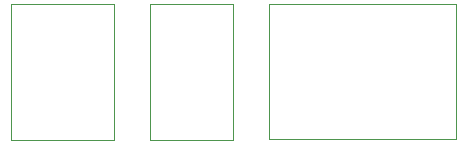
<source format=gbr>
G04 #@! TF.GenerationSoftware,KiCad,Pcbnew,(5.1.2-1)-1*
G04 #@! TF.CreationDate,2019-07-19T11:44:39-07:00*
G04 #@! TF.ProjectId,class v3 - all,636c6173-7320-4763-9320-2d20616c6c2e,rev?*
G04 #@! TF.SameCoordinates,Original*
G04 #@! TF.FileFunction,Profile,NP*
%FSLAX46Y46*%
G04 Gerber Fmt 4.6, Leading zero omitted, Abs format (unit mm)*
G04 Created by KiCad (PCBNEW (5.1.2-1)-1) date 2019-07-19 11:44:39*
%MOMM*%
%LPD*%
G04 APERTURE LIST*
%ADD10C,0.001000*%
G04 APERTURE END LIST*
D10*
X119290000Y-84450000D02*
X135090000Y-84450000D01*
X119290000Y-84450000D02*
X119290000Y-95950000D01*
X119290000Y-95950000D02*
X135090000Y-95950000D01*
X135090000Y-84450000D02*
X135090000Y-95950000D01*
X116240000Y-84470000D02*
X116240000Y-95970000D01*
X109190000Y-84470000D02*
X116240000Y-84470000D01*
X109190000Y-84470000D02*
X109190000Y-95970000D01*
X109190000Y-95970000D02*
X116240000Y-95970000D01*
X97430000Y-84470000D02*
X106180000Y-84470000D01*
X97430000Y-84470000D02*
X97430000Y-95970000D01*
X106180000Y-95970000D02*
X106180000Y-84470000D01*
X97430000Y-95970000D02*
X106180000Y-95970000D01*
M02*

</source>
